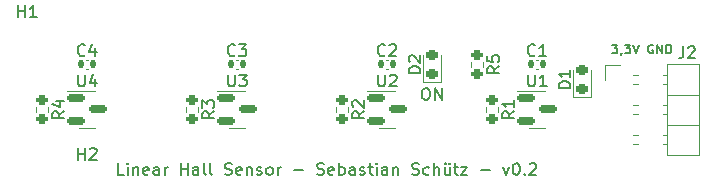
<source format=gbr>
%TF.GenerationSoftware,KiCad,Pcbnew,(6.0.6)*%
%TF.CreationDate,2022-08-04T21:15:32+02:00*%
%TF.ProjectId,Linearsensor,4c696e65-6172-4736-956e-736f722e6b69,rev?*%
%TF.SameCoordinates,Original*%
%TF.FileFunction,Legend,Top*%
%TF.FilePolarity,Positive*%
%FSLAX46Y46*%
G04 Gerber Fmt 4.6, Leading zero omitted, Abs format (unit mm)*
G04 Created by KiCad (PCBNEW (6.0.6)) date 2022-08-04 21:15:32*
%MOMM*%
%LPD*%
G01*
G04 APERTURE LIST*
G04 Aperture macros list*
%AMRoundRect*
0 Rectangle with rounded corners*
0 $1 Rounding radius*
0 $2 $3 $4 $5 $6 $7 $8 $9 X,Y pos of 4 corners*
0 Add a 4 corners polygon primitive as box body*
4,1,4,$2,$3,$4,$5,$6,$7,$8,$9,$2,$3,0*
0 Add four circle primitives for the rounded corners*
1,1,$1+$1,$2,$3*
1,1,$1+$1,$4,$5*
1,1,$1+$1,$6,$7*
1,1,$1+$1,$8,$9*
0 Add four rect primitives between the rounded corners*
20,1,$1+$1,$2,$3,$4,$5,0*
20,1,$1+$1,$4,$5,$6,$7,0*
20,1,$1+$1,$6,$7,$8,$9,0*
20,1,$1+$1,$8,$9,$2,$3,0*%
G04 Aperture macros list end*
%ADD10C,0.150000*%
%ADD11C,0.120000*%
%ADD12RoundRect,0.200000X-0.275000X0.200000X-0.275000X-0.200000X0.275000X-0.200000X0.275000X0.200000X0*%
%ADD13RoundRect,0.218750X0.256250X-0.218750X0.256250X0.218750X-0.256250X0.218750X-0.256250X-0.218750X0*%
%ADD14RoundRect,0.150000X-0.587500X-0.150000X0.587500X-0.150000X0.587500X0.150000X-0.587500X0.150000X0*%
%ADD15RoundRect,0.140000X-0.140000X-0.170000X0.140000X-0.170000X0.140000X0.170000X-0.140000X0.170000X0*%
%ADD16C,2.100000*%
%ADD17R,1.700000X1.700000*%
%ADD18O,1.700000X1.700000*%
%ADD19C,0.800000*%
G04 APERTURE END LIST*
D10*
X145345714Y-108402380D02*
X144869523Y-108402380D01*
X144869523Y-107402380D01*
X145679047Y-108402380D02*
X145679047Y-107735714D01*
X145679047Y-107402380D02*
X145631428Y-107450000D01*
X145679047Y-107497619D01*
X145726666Y-107450000D01*
X145679047Y-107402380D01*
X145679047Y-107497619D01*
X146155238Y-107735714D02*
X146155238Y-108402380D01*
X146155238Y-107830952D02*
X146202857Y-107783333D01*
X146298095Y-107735714D01*
X146440952Y-107735714D01*
X146536190Y-107783333D01*
X146583809Y-107878571D01*
X146583809Y-108402380D01*
X147440952Y-108354761D02*
X147345714Y-108402380D01*
X147155238Y-108402380D01*
X147060000Y-108354761D01*
X147012380Y-108259523D01*
X147012380Y-107878571D01*
X147060000Y-107783333D01*
X147155238Y-107735714D01*
X147345714Y-107735714D01*
X147440952Y-107783333D01*
X147488571Y-107878571D01*
X147488571Y-107973809D01*
X147012380Y-108069047D01*
X148345714Y-108402380D02*
X148345714Y-107878571D01*
X148298095Y-107783333D01*
X148202857Y-107735714D01*
X148012380Y-107735714D01*
X147917142Y-107783333D01*
X148345714Y-108354761D02*
X148250476Y-108402380D01*
X148012380Y-108402380D01*
X147917142Y-108354761D01*
X147869523Y-108259523D01*
X147869523Y-108164285D01*
X147917142Y-108069047D01*
X148012380Y-108021428D01*
X148250476Y-108021428D01*
X148345714Y-107973809D01*
X148821904Y-108402380D02*
X148821904Y-107735714D01*
X148821904Y-107926190D02*
X148869523Y-107830952D01*
X148917142Y-107783333D01*
X149012380Y-107735714D01*
X149107619Y-107735714D01*
X150202857Y-108402380D02*
X150202857Y-107402380D01*
X150202857Y-107878571D02*
X150774285Y-107878571D01*
X150774285Y-108402380D02*
X150774285Y-107402380D01*
X151679047Y-108402380D02*
X151679047Y-107878571D01*
X151631428Y-107783333D01*
X151536190Y-107735714D01*
X151345714Y-107735714D01*
X151250476Y-107783333D01*
X151679047Y-108354761D02*
X151583809Y-108402380D01*
X151345714Y-108402380D01*
X151250476Y-108354761D01*
X151202857Y-108259523D01*
X151202857Y-108164285D01*
X151250476Y-108069047D01*
X151345714Y-108021428D01*
X151583809Y-108021428D01*
X151679047Y-107973809D01*
X152298095Y-108402380D02*
X152202857Y-108354761D01*
X152155238Y-108259523D01*
X152155238Y-107402380D01*
X152821904Y-108402380D02*
X152726666Y-108354761D01*
X152679047Y-108259523D01*
X152679047Y-107402380D01*
X153917142Y-108354761D02*
X154060000Y-108402380D01*
X154298095Y-108402380D01*
X154393333Y-108354761D01*
X154440952Y-108307142D01*
X154488571Y-108211904D01*
X154488571Y-108116666D01*
X154440952Y-108021428D01*
X154393333Y-107973809D01*
X154298095Y-107926190D01*
X154107619Y-107878571D01*
X154012380Y-107830952D01*
X153964761Y-107783333D01*
X153917142Y-107688095D01*
X153917142Y-107592857D01*
X153964761Y-107497619D01*
X154012380Y-107450000D01*
X154107619Y-107402380D01*
X154345714Y-107402380D01*
X154488571Y-107450000D01*
X155298095Y-108354761D02*
X155202857Y-108402380D01*
X155012380Y-108402380D01*
X154917142Y-108354761D01*
X154869523Y-108259523D01*
X154869523Y-107878571D01*
X154917142Y-107783333D01*
X155012380Y-107735714D01*
X155202857Y-107735714D01*
X155298095Y-107783333D01*
X155345714Y-107878571D01*
X155345714Y-107973809D01*
X154869523Y-108069047D01*
X155774285Y-107735714D02*
X155774285Y-108402380D01*
X155774285Y-107830952D02*
X155821904Y-107783333D01*
X155917142Y-107735714D01*
X156060000Y-107735714D01*
X156155238Y-107783333D01*
X156202857Y-107878571D01*
X156202857Y-108402380D01*
X156631428Y-108354761D02*
X156726666Y-108402380D01*
X156917142Y-108402380D01*
X157012380Y-108354761D01*
X157060000Y-108259523D01*
X157060000Y-108211904D01*
X157012380Y-108116666D01*
X156917142Y-108069047D01*
X156774285Y-108069047D01*
X156679047Y-108021428D01*
X156631428Y-107926190D01*
X156631428Y-107878571D01*
X156679047Y-107783333D01*
X156774285Y-107735714D01*
X156917142Y-107735714D01*
X157012380Y-107783333D01*
X157631428Y-108402380D02*
X157536190Y-108354761D01*
X157488571Y-108307142D01*
X157440952Y-108211904D01*
X157440952Y-107926190D01*
X157488571Y-107830952D01*
X157536190Y-107783333D01*
X157631428Y-107735714D01*
X157774285Y-107735714D01*
X157869523Y-107783333D01*
X157917142Y-107830952D01*
X157964761Y-107926190D01*
X157964761Y-108211904D01*
X157917142Y-108307142D01*
X157869523Y-108354761D01*
X157774285Y-108402380D01*
X157631428Y-108402380D01*
X158393333Y-108402380D02*
X158393333Y-107735714D01*
X158393333Y-107926190D02*
X158440952Y-107830952D01*
X158488571Y-107783333D01*
X158583809Y-107735714D01*
X158679047Y-107735714D01*
X159774285Y-108021428D02*
X160536190Y-108021428D01*
X161726666Y-108354761D02*
X161869523Y-108402380D01*
X162107619Y-108402380D01*
X162202857Y-108354761D01*
X162250476Y-108307142D01*
X162298095Y-108211904D01*
X162298095Y-108116666D01*
X162250476Y-108021428D01*
X162202857Y-107973809D01*
X162107619Y-107926190D01*
X161917142Y-107878571D01*
X161821904Y-107830952D01*
X161774285Y-107783333D01*
X161726666Y-107688095D01*
X161726666Y-107592857D01*
X161774285Y-107497619D01*
X161821904Y-107450000D01*
X161917142Y-107402380D01*
X162155238Y-107402380D01*
X162298095Y-107450000D01*
X163107619Y-108354761D02*
X163012380Y-108402380D01*
X162821904Y-108402380D01*
X162726666Y-108354761D01*
X162679047Y-108259523D01*
X162679047Y-107878571D01*
X162726666Y-107783333D01*
X162821904Y-107735714D01*
X163012380Y-107735714D01*
X163107619Y-107783333D01*
X163155238Y-107878571D01*
X163155238Y-107973809D01*
X162679047Y-108069047D01*
X163583809Y-108402380D02*
X163583809Y-107402380D01*
X163583809Y-107783333D02*
X163679047Y-107735714D01*
X163869523Y-107735714D01*
X163964761Y-107783333D01*
X164012380Y-107830952D01*
X164060000Y-107926190D01*
X164060000Y-108211904D01*
X164012380Y-108307142D01*
X163964761Y-108354761D01*
X163869523Y-108402380D01*
X163679047Y-108402380D01*
X163583809Y-108354761D01*
X164917142Y-108402380D02*
X164917142Y-107878571D01*
X164869523Y-107783333D01*
X164774285Y-107735714D01*
X164583809Y-107735714D01*
X164488571Y-107783333D01*
X164917142Y-108354761D02*
X164821904Y-108402380D01*
X164583809Y-108402380D01*
X164488571Y-108354761D01*
X164440952Y-108259523D01*
X164440952Y-108164285D01*
X164488571Y-108069047D01*
X164583809Y-108021428D01*
X164821904Y-108021428D01*
X164917142Y-107973809D01*
X165345714Y-108354761D02*
X165440952Y-108402380D01*
X165631428Y-108402380D01*
X165726666Y-108354761D01*
X165774285Y-108259523D01*
X165774285Y-108211904D01*
X165726666Y-108116666D01*
X165631428Y-108069047D01*
X165488571Y-108069047D01*
X165393333Y-108021428D01*
X165345714Y-107926190D01*
X165345714Y-107878571D01*
X165393333Y-107783333D01*
X165488571Y-107735714D01*
X165631428Y-107735714D01*
X165726666Y-107783333D01*
X166060000Y-107735714D02*
X166440952Y-107735714D01*
X166202857Y-107402380D02*
X166202857Y-108259523D01*
X166250476Y-108354761D01*
X166345714Y-108402380D01*
X166440952Y-108402380D01*
X166774285Y-108402380D02*
X166774285Y-107735714D01*
X166774285Y-107402380D02*
X166726666Y-107450000D01*
X166774285Y-107497619D01*
X166821904Y-107450000D01*
X166774285Y-107402380D01*
X166774285Y-107497619D01*
X167679047Y-108402380D02*
X167679047Y-107878571D01*
X167631428Y-107783333D01*
X167536190Y-107735714D01*
X167345714Y-107735714D01*
X167250476Y-107783333D01*
X167679047Y-108354761D02*
X167583809Y-108402380D01*
X167345714Y-108402380D01*
X167250476Y-108354761D01*
X167202857Y-108259523D01*
X167202857Y-108164285D01*
X167250476Y-108069047D01*
X167345714Y-108021428D01*
X167583809Y-108021428D01*
X167679047Y-107973809D01*
X168155238Y-107735714D02*
X168155238Y-108402380D01*
X168155238Y-107830952D02*
X168202857Y-107783333D01*
X168298095Y-107735714D01*
X168440952Y-107735714D01*
X168536190Y-107783333D01*
X168583809Y-107878571D01*
X168583809Y-108402380D01*
X169774285Y-108354761D02*
X169917142Y-108402380D01*
X170155238Y-108402380D01*
X170250476Y-108354761D01*
X170298095Y-108307142D01*
X170345714Y-108211904D01*
X170345714Y-108116666D01*
X170298095Y-108021428D01*
X170250476Y-107973809D01*
X170155238Y-107926190D01*
X169964761Y-107878571D01*
X169869523Y-107830952D01*
X169821904Y-107783333D01*
X169774285Y-107688095D01*
X169774285Y-107592857D01*
X169821904Y-107497619D01*
X169869523Y-107450000D01*
X169964761Y-107402380D01*
X170202857Y-107402380D01*
X170345714Y-107450000D01*
X171202857Y-108354761D02*
X171107619Y-108402380D01*
X170917142Y-108402380D01*
X170821904Y-108354761D01*
X170774285Y-108307142D01*
X170726666Y-108211904D01*
X170726666Y-107926190D01*
X170774285Y-107830952D01*
X170821904Y-107783333D01*
X170917142Y-107735714D01*
X171107619Y-107735714D01*
X171202857Y-107783333D01*
X171631428Y-108402380D02*
X171631428Y-107402380D01*
X172060000Y-108402380D02*
X172060000Y-107878571D01*
X172012380Y-107783333D01*
X171917142Y-107735714D01*
X171774285Y-107735714D01*
X171679047Y-107783333D01*
X171631428Y-107830952D01*
X172964761Y-107735714D02*
X172964761Y-108402380D01*
X172536190Y-107735714D02*
X172536190Y-108259523D01*
X172583809Y-108354761D01*
X172679047Y-108402380D01*
X172821904Y-108402380D01*
X172917142Y-108354761D01*
X172964761Y-108307142D01*
X172583809Y-107402380D02*
X172631428Y-107450000D01*
X172583809Y-107497619D01*
X172536190Y-107450000D01*
X172583809Y-107402380D01*
X172583809Y-107497619D01*
X172964761Y-107402380D02*
X173012380Y-107450000D01*
X172964761Y-107497619D01*
X172917142Y-107450000D01*
X172964761Y-107402380D01*
X172964761Y-107497619D01*
X173298095Y-107735714D02*
X173679047Y-107735714D01*
X173440952Y-107402380D02*
X173440952Y-108259523D01*
X173488571Y-108354761D01*
X173583809Y-108402380D01*
X173679047Y-108402380D01*
X173917142Y-107735714D02*
X174440952Y-107735714D01*
X173917142Y-108402380D01*
X174440952Y-108402380D01*
X175583809Y-108021428D02*
X176345714Y-108021428D01*
X177488571Y-107735714D02*
X177726666Y-108402380D01*
X177964761Y-107735714D01*
X178536190Y-107402380D02*
X178631428Y-107402380D01*
X178726666Y-107450000D01*
X178774285Y-107497619D01*
X178821904Y-107592857D01*
X178869523Y-107783333D01*
X178869523Y-108021428D01*
X178821904Y-108211904D01*
X178774285Y-108307142D01*
X178726666Y-108354761D01*
X178631428Y-108402380D01*
X178536190Y-108402380D01*
X178440952Y-108354761D01*
X178393333Y-108307142D01*
X178345714Y-108211904D01*
X178298095Y-108021428D01*
X178298095Y-107783333D01*
X178345714Y-107592857D01*
X178393333Y-107497619D01*
X178440952Y-107450000D01*
X178536190Y-107402380D01*
X179298095Y-108307142D02*
X179345714Y-108354761D01*
X179298095Y-108402380D01*
X179250476Y-108354761D01*
X179298095Y-108307142D01*
X179298095Y-108402380D01*
X179726666Y-107497619D02*
X179774285Y-107450000D01*
X179869523Y-107402380D01*
X180107619Y-107402380D01*
X180202857Y-107450000D01*
X180250476Y-107497619D01*
X180298095Y-107592857D01*
X180298095Y-107688095D01*
X180250476Y-107830952D01*
X179679047Y-108402380D01*
X180298095Y-108402380D01*
X186694285Y-97379285D02*
X187158571Y-97379285D01*
X186908571Y-97665000D01*
X187015714Y-97665000D01*
X187087142Y-97700714D01*
X187122857Y-97736428D01*
X187158571Y-97807857D01*
X187158571Y-97986428D01*
X187122857Y-98057857D01*
X187087142Y-98093571D01*
X187015714Y-98129285D01*
X186801428Y-98129285D01*
X186730000Y-98093571D01*
X186694285Y-98057857D01*
X187515714Y-98093571D02*
X187515714Y-98129285D01*
X187480000Y-98200714D01*
X187444285Y-98236428D01*
X187765714Y-97379285D02*
X188230000Y-97379285D01*
X187980000Y-97665000D01*
X188087142Y-97665000D01*
X188158571Y-97700714D01*
X188194285Y-97736428D01*
X188230000Y-97807857D01*
X188230000Y-97986428D01*
X188194285Y-98057857D01*
X188158571Y-98093571D01*
X188087142Y-98129285D01*
X187872857Y-98129285D01*
X187801428Y-98093571D01*
X187765714Y-98057857D01*
X188444285Y-97379285D02*
X188694285Y-98129285D01*
X188944285Y-97379285D01*
X190158571Y-97415000D02*
X190087142Y-97379285D01*
X189980000Y-97379285D01*
X189872857Y-97415000D01*
X189801428Y-97486428D01*
X189765714Y-97557857D01*
X189730000Y-97700714D01*
X189730000Y-97807857D01*
X189765714Y-97950714D01*
X189801428Y-98022142D01*
X189872857Y-98093571D01*
X189980000Y-98129285D01*
X190051428Y-98129285D01*
X190158571Y-98093571D01*
X190194285Y-98057857D01*
X190194285Y-97807857D01*
X190051428Y-97807857D01*
X190515714Y-98129285D02*
X190515714Y-97379285D01*
X190944285Y-98129285D01*
X190944285Y-97379285D01*
X191301428Y-98129285D02*
X191301428Y-97379285D01*
X191480000Y-97379285D01*
X191587142Y-97415000D01*
X191658571Y-97486428D01*
X191694285Y-97557857D01*
X191730000Y-97700714D01*
X191730000Y-97807857D01*
X191694285Y-97950714D01*
X191658571Y-98022142D01*
X191587142Y-98093571D01*
X191480000Y-98129285D01*
X191301428Y-98129285D01*
X170830952Y-101052380D02*
X171021428Y-101052380D01*
X171116666Y-101100000D01*
X171211904Y-101195238D01*
X171259523Y-101385714D01*
X171259523Y-101719047D01*
X171211904Y-101909523D01*
X171116666Y-102004761D01*
X171021428Y-102052380D01*
X170830952Y-102052380D01*
X170735714Y-102004761D01*
X170640476Y-101909523D01*
X170592857Y-101719047D01*
X170592857Y-101385714D01*
X170640476Y-101195238D01*
X170735714Y-101100000D01*
X170830952Y-101052380D01*
X171688095Y-102052380D02*
X171688095Y-101052380D01*
X172259523Y-102052380D01*
X172259523Y-101052380D01*
%TO.C,R2*%
X165712380Y-103036666D02*
X165236190Y-103370000D01*
X165712380Y-103608095D02*
X164712380Y-103608095D01*
X164712380Y-103227142D01*
X164760000Y-103131904D01*
X164807619Y-103084285D01*
X164902857Y-103036666D01*
X165045714Y-103036666D01*
X165140952Y-103084285D01*
X165188571Y-103131904D01*
X165236190Y-103227142D01*
X165236190Y-103608095D01*
X164807619Y-102655714D02*
X164760000Y-102608095D01*
X164712380Y-102512857D01*
X164712380Y-102274761D01*
X164760000Y-102179523D01*
X164807619Y-102131904D01*
X164902857Y-102084285D01*
X164998095Y-102084285D01*
X165140952Y-102131904D01*
X165712380Y-102703333D01*
X165712380Y-102084285D01*
%TO.C,D1*%
X183172380Y-101068095D02*
X182172380Y-101068095D01*
X182172380Y-100830000D01*
X182220000Y-100687142D01*
X182315238Y-100591904D01*
X182410476Y-100544285D01*
X182600952Y-100496666D01*
X182743809Y-100496666D01*
X182934285Y-100544285D01*
X183029523Y-100591904D01*
X183124761Y-100687142D01*
X183172380Y-100830000D01*
X183172380Y-101068095D01*
X183172380Y-99544285D02*
X183172380Y-100115714D01*
X183172380Y-99830000D02*
X182172380Y-99830000D01*
X182315238Y-99925238D01*
X182410476Y-100020476D01*
X182458095Y-100115714D01*
%TO.C,R4*%
X140312380Y-103036666D02*
X139836190Y-103370000D01*
X140312380Y-103608095D02*
X139312380Y-103608095D01*
X139312380Y-103227142D01*
X139360000Y-103131904D01*
X139407619Y-103084285D01*
X139502857Y-103036666D01*
X139645714Y-103036666D01*
X139740952Y-103084285D01*
X139788571Y-103131904D01*
X139836190Y-103227142D01*
X139836190Y-103608095D01*
X139645714Y-102179523D02*
X140312380Y-102179523D01*
X139264761Y-102417619D02*
X139979047Y-102655714D01*
X139979047Y-102036666D01*
%TO.C,R5*%
X177142380Y-99226666D02*
X176666190Y-99560000D01*
X177142380Y-99798095D02*
X176142380Y-99798095D01*
X176142380Y-99417142D01*
X176190000Y-99321904D01*
X176237619Y-99274285D01*
X176332857Y-99226666D01*
X176475714Y-99226666D01*
X176570952Y-99274285D01*
X176618571Y-99321904D01*
X176666190Y-99417142D01*
X176666190Y-99798095D01*
X176142380Y-98321904D02*
X176142380Y-98798095D01*
X176618571Y-98845714D01*
X176570952Y-98798095D01*
X176523333Y-98702857D01*
X176523333Y-98464761D01*
X176570952Y-98369523D01*
X176618571Y-98321904D01*
X176713809Y-98274285D01*
X176951904Y-98274285D01*
X177047142Y-98321904D01*
X177094761Y-98369523D01*
X177142380Y-98464761D01*
X177142380Y-98702857D01*
X177094761Y-98798095D01*
X177047142Y-98845714D01*
%TO.C,U3*%
X154178095Y-99922380D02*
X154178095Y-100731904D01*
X154225714Y-100827142D01*
X154273333Y-100874761D01*
X154368571Y-100922380D01*
X154559047Y-100922380D01*
X154654285Y-100874761D01*
X154701904Y-100827142D01*
X154749523Y-100731904D01*
X154749523Y-99922380D01*
X155130476Y-99922380D02*
X155749523Y-99922380D01*
X155416190Y-100303333D01*
X155559047Y-100303333D01*
X155654285Y-100350952D01*
X155701904Y-100398571D01*
X155749523Y-100493809D01*
X155749523Y-100731904D01*
X155701904Y-100827142D01*
X155654285Y-100874761D01*
X155559047Y-100922380D01*
X155273333Y-100922380D01*
X155178095Y-100874761D01*
X155130476Y-100827142D01*
%TO.C,C3*%
X154773333Y-98257142D02*
X154725714Y-98304761D01*
X154582857Y-98352380D01*
X154487619Y-98352380D01*
X154344761Y-98304761D01*
X154249523Y-98209523D01*
X154201904Y-98114285D01*
X154154285Y-97923809D01*
X154154285Y-97780952D01*
X154201904Y-97590476D01*
X154249523Y-97495238D01*
X154344761Y-97400000D01*
X154487619Y-97352380D01*
X154582857Y-97352380D01*
X154725714Y-97400000D01*
X154773333Y-97447619D01*
X155106666Y-97352380D02*
X155725714Y-97352380D01*
X155392380Y-97733333D01*
X155535238Y-97733333D01*
X155630476Y-97780952D01*
X155678095Y-97828571D01*
X155725714Y-97923809D01*
X155725714Y-98161904D01*
X155678095Y-98257142D01*
X155630476Y-98304761D01*
X155535238Y-98352380D01*
X155249523Y-98352380D01*
X155154285Y-98304761D01*
X155106666Y-98257142D01*
%TO.C,R1*%
X178412380Y-103036666D02*
X177936190Y-103370000D01*
X178412380Y-103608095D02*
X177412380Y-103608095D01*
X177412380Y-103227142D01*
X177460000Y-103131904D01*
X177507619Y-103084285D01*
X177602857Y-103036666D01*
X177745714Y-103036666D01*
X177840952Y-103084285D01*
X177888571Y-103131904D01*
X177936190Y-103227142D01*
X177936190Y-103608095D01*
X178412380Y-102084285D02*
X178412380Y-102655714D01*
X178412380Y-102370000D02*
X177412380Y-102370000D01*
X177555238Y-102465238D01*
X177650476Y-102560476D01*
X177698095Y-102655714D01*
%TO.C,H2*%
X141478095Y-107132380D02*
X141478095Y-106132380D01*
X141478095Y-106608571D02*
X142049523Y-106608571D01*
X142049523Y-107132380D02*
X142049523Y-106132380D01*
X142478095Y-106227619D02*
X142525714Y-106180000D01*
X142620952Y-106132380D01*
X142859047Y-106132380D01*
X142954285Y-106180000D01*
X143001904Y-106227619D01*
X143049523Y-106322857D01*
X143049523Y-106418095D01*
X143001904Y-106560952D01*
X142430476Y-107132380D01*
X143049523Y-107132380D01*
%TO.C,H1*%
X136398095Y-95042380D02*
X136398095Y-94042380D01*
X136398095Y-94518571D02*
X136969523Y-94518571D01*
X136969523Y-95042380D02*
X136969523Y-94042380D01*
X137969523Y-95042380D02*
X137398095Y-95042380D01*
X137683809Y-95042380D02*
X137683809Y-94042380D01*
X137588571Y-94185238D01*
X137493333Y-94280476D01*
X137398095Y-94328095D01*
%TO.C,U4*%
X141478095Y-99922380D02*
X141478095Y-100731904D01*
X141525714Y-100827142D01*
X141573333Y-100874761D01*
X141668571Y-100922380D01*
X141859047Y-100922380D01*
X141954285Y-100874761D01*
X142001904Y-100827142D01*
X142049523Y-100731904D01*
X142049523Y-99922380D01*
X142954285Y-100255714D02*
X142954285Y-100922380D01*
X142716190Y-99874761D02*
X142478095Y-100589047D01*
X143097142Y-100589047D01*
%TO.C,J2*%
X192711666Y-97527380D02*
X192711666Y-98241666D01*
X192664047Y-98384523D01*
X192568809Y-98479761D01*
X192425952Y-98527380D01*
X192330714Y-98527380D01*
X193140238Y-97622619D02*
X193187857Y-97575000D01*
X193283095Y-97527380D01*
X193521190Y-97527380D01*
X193616428Y-97575000D01*
X193664047Y-97622619D01*
X193711666Y-97717857D01*
X193711666Y-97813095D01*
X193664047Y-97955952D01*
X193092619Y-98527380D01*
X193711666Y-98527380D01*
%TO.C,R3*%
X153012380Y-103036666D02*
X152536190Y-103370000D01*
X153012380Y-103608095D02*
X152012380Y-103608095D01*
X152012380Y-103227142D01*
X152060000Y-103131904D01*
X152107619Y-103084285D01*
X152202857Y-103036666D01*
X152345714Y-103036666D01*
X152440952Y-103084285D01*
X152488571Y-103131904D01*
X152536190Y-103227142D01*
X152536190Y-103608095D01*
X152012380Y-102703333D02*
X152012380Y-102084285D01*
X152393333Y-102417619D01*
X152393333Y-102274761D01*
X152440952Y-102179523D01*
X152488571Y-102131904D01*
X152583809Y-102084285D01*
X152821904Y-102084285D01*
X152917142Y-102131904D01*
X152964761Y-102179523D01*
X153012380Y-102274761D01*
X153012380Y-102560476D01*
X152964761Y-102655714D01*
X152917142Y-102703333D01*
%TO.C,D2*%
X170472380Y-99798095D02*
X169472380Y-99798095D01*
X169472380Y-99560000D01*
X169520000Y-99417142D01*
X169615238Y-99321904D01*
X169710476Y-99274285D01*
X169900952Y-99226666D01*
X170043809Y-99226666D01*
X170234285Y-99274285D01*
X170329523Y-99321904D01*
X170424761Y-99417142D01*
X170472380Y-99560000D01*
X170472380Y-99798095D01*
X169567619Y-98845714D02*
X169520000Y-98798095D01*
X169472380Y-98702857D01*
X169472380Y-98464761D01*
X169520000Y-98369523D01*
X169567619Y-98321904D01*
X169662857Y-98274285D01*
X169758095Y-98274285D01*
X169900952Y-98321904D01*
X170472380Y-98893333D01*
X170472380Y-98274285D01*
%TO.C,C1*%
X180173333Y-98257142D02*
X180125714Y-98304761D01*
X179982857Y-98352380D01*
X179887619Y-98352380D01*
X179744761Y-98304761D01*
X179649523Y-98209523D01*
X179601904Y-98114285D01*
X179554285Y-97923809D01*
X179554285Y-97780952D01*
X179601904Y-97590476D01*
X179649523Y-97495238D01*
X179744761Y-97400000D01*
X179887619Y-97352380D01*
X179982857Y-97352380D01*
X180125714Y-97400000D01*
X180173333Y-97447619D01*
X181125714Y-98352380D02*
X180554285Y-98352380D01*
X180840000Y-98352380D02*
X180840000Y-97352380D01*
X180744761Y-97495238D01*
X180649523Y-97590476D01*
X180554285Y-97638095D01*
%TO.C,U2*%
X166878095Y-99922380D02*
X166878095Y-100731904D01*
X166925714Y-100827142D01*
X166973333Y-100874761D01*
X167068571Y-100922380D01*
X167259047Y-100922380D01*
X167354285Y-100874761D01*
X167401904Y-100827142D01*
X167449523Y-100731904D01*
X167449523Y-99922380D01*
X167878095Y-100017619D02*
X167925714Y-99970000D01*
X168020952Y-99922380D01*
X168259047Y-99922380D01*
X168354285Y-99970000D01*
X168401904Y-100017619D01*
X168449523Y-100112857D01*
X168449523Y-100208095D01*
X168401904Y-100350952D01*
X167830476Y-100922380D01*
X168449523Y-100922380D01*
%TO.C,U1*%
X179578095Y-99922380D02*
X179578095Y-100731904D01*
X179625714Y-100827142D01*
X179673333Y-100874761D01*
X179768571Y-100922380D01*
X179959047Y-100922380D01*
X180054285Y-100874761D01*
X180101904Y-100827142D01*
X180149523Y-100731904D01*
X180149523Y-99922380D01*
X181149523Y-100922380D02*
X180578095Y-100922380D01*
X180863809Y-100922380D02*
X180863809Y-99922380D01*
X180768571Y-100065238D01*
X180673333Y-100160476D01*
X180578095Y-100208095D01*
%TO.C,C2*%
X167473333Y-98257142D02*
X167425714Y-98304761D01*
X167282857Y-98352380D01*
X167187619Y-98352380D01*
X167044761Y-98304761D01*
X166949523Y-98209523D01*
X166901904Y-98114285D01*
X166854285Y-97923809D01*
X166854285Y-97780952D01*
X166901904Y-97590476D01*
X166949523Y-97495238D01*
X167044761Y-97400000D01*
X167187619Y-97352380D01*
X167282857Y-97352380D01*
X167425714Y-97400000D01*
X167473333Y-97447619D01*
X167854285Y-97447619D02*
X167901904Y-97400000D01*
X167997142Y-97352380D01*
X168235238Y-97352380D01*
X168330476Y-97400000D01*
X168378095Y-97447619D01*
X168425714Y-97542857D01*
X168425714Y-97638095D01*
X168378095Y-97780952D01*
X167806666Y-98352380D01*
X168425714Y-98352380D01*
%TO.C,C4*%
X142073333Y-98257142D02*
X142025714Y-98304761D01*
X141882857Y-98352380D01*
X141787619Y-98352380D01*
X141644761Y-98304761D01*
X141549523Y-98209523D01*
X141501904Y-98114285D01*
X141454285Y-97923809D01*
X141454285Y-97780952D01*
X141501904Y-97590476D01*
X141549523Y-97495238D01*
X141644761Y-97400000D01*
X141787619Y-97352380D01*
X141882857Y-97352380D01*
X142025714Y-97400000D01*
X142073333Y-97447619D01*
X142930476Y-97685714D02*
X142930476Y-98352380D01*
X142692380Y-97304761D02*
X142454285Y-98019047D01*
X143073333Y-98019047D01*
D11*
%TO.C,R2*%
X163307500Y-102632742D02*
X163307500Y-103107258D01*
X164352500Y-102632742D02*
X164352500Y-103107258D01*
%TO.C,D1*%
X183415000Y-101815000D02*
X184885000Y-101815000D01*
X184885000Y-101815000D02*
X184885000Y-99530000D01*
X183415000Y-99530000D02*
X183415000Y-101815000D01*
%TO.C,R4*%
X138952500Y-102632742D02*
X138952500Y-103107258D01*
X137907500Y-102632742D02*
X137907500Y-103107258D01*
%TO.C,R5*%
X174737500Y-98822742D02*
X174737500Y-99297258D01*
X175782500Y-98822742D02*
X175782500Y-99297258D01*
%TO.C,U3*%
X154940000Y-101310000D02*
X155590000Y-101310000D01*
X154940000Y-104430000D02*
X154290000Y-104430000D01*
X154940000Y-101310000D02*
X153265000Y-101310000D01*
X154940000Y-104430000D02*
X155590000Y-104430000D01*
%TO.C,C3*%
X154832164Y-98700000D02*
X155047836Y-98700000D01*
X154832164Y-99420000D02*
X155047836Y-99420000D01*
%TO.C,R1*%
X176007500Y-102632742D02*
X176007500Y-103107258D01*
X177052500Y-102632742D02*
X177052500Y-103107258D01*
%TO.C,U4*%
X142240000Y-101310000D02*
X140565000Y-101310000D01*
X142240000Y-101310000D02*
X142890000Y-101310000D01*
X142240000Y-104430000D02*
X142890000Y-104430000D01*
X142240000Y-104430000D02*
X141590000Y-104430000D01*
%TO.C,J2*%
X186120000Y-99075000D02*
X187390000Y-99075000D01*
X188432929Y-105045000D02*
X188887071Y-105045000D01*
X191370000Y-101615000D02*
X194030000Y-101615000D01*
X188500000Y-99965000D02*
X188887071Y-99965000D01*
X186120000Y-100345000D02*
X186120000Y-99075000D01*
X190972929Y-99965000D02*
X191370000Y-99965000D01*
X191370000Y-104155000D02*
X194030000Y-104155000D01*
X190972929Y-105805000D02*
X191370000Y-105805000D01*
X190972929Y-103265000D02*
X191370000Y-103265000D01*
X191370000Y-99015000D02*
X191370000Y-106755000D01*
X190972929Y-102505000D02*
X191370000Y-102505000D01*
X194030000Y-106755000D02*
X194030000Y-99015000D01*
X188432929Y-103265000D02*
X188887071Y-103265000D01*
X194030000Y-99015000D02*
X191370000Y-99015000D01*
X188432929Y-105805000D02*
X188887071Y-105805000D01*
X190972929Y-105045000D02*
X191370000Y-105045000D01*
X191370000Y-106755000D02*
X194030000Y-106755000D01*
X188432929Y-102505000D02*
X188887071Y-102505000D01*
X188500000Y-100725000D02*
X188887071Y-100725000D01*
X190972929Y-100725000D02*
X191370000Y-100725000D01*
%TO.C,R3*%
X150607500Y-102632742D02*
X150607500Y-103107258D01*
X151652500Y-102632742D02*
X151652500Y-103107258D01*
%TO.C,D2*%
X170715000Y-98260000D02*
X170715000Y-100545000D01*
X170715000Y-100545000D02*
X172185000Y-100545000D01*
X172185000Y-100545000D02*
X172185000Y-98260000D01*
%TO.C,C1*%
X180232164Y-99420000D02*
X180447836Y-99420000D01*
X180232164Y-98700000D02*
X180447836Y-98700000D01*
%TO.C,U2*%
X167640000Y-101310000D02*
X168290000Y-101310000D01*
X167640000Y-104430000D02*
X168290000Y-104430000D01*
X167640000Y-104430000D02*
X166990000Y-104430000D01*
X167640000Y-101310000D02*
X165965000Y-101310000D01*
%TO.C,U1*%
X180340000Y-101310000D02*
X180990000Y-101310000D01*
X180340000Y-104430000D02*
X180990000Y-104430000D01*
X180340000Y-101310000D02*
X178665000Y-101310000D01*
X180340000Y-104430000D02*
X179690000Y-104430000D01*
%TO.C,C2*%
X167532164Y-99420000D02*
X167747836Y-99420000D01*
X167532164Y-98700000D02*
X167747836Y-98700000D01*
%TO.C,C4*%
X142132164Y-98700000D02*
X142347836Y-98700000D01*
X142132164Y-99420000D02*
X142347836Y-99420000D01*
%TD*%
%LPC*%
D12*
%TO.C,R2*%
X163830000Y-102045000D03*
X163830000Y-103695000D03*
%TD*%
D13*
%TO.C,D1*%
X184150000Y-101117500D03*
X184150000Y-99542500D03*
%TD*%
D12*
%TO.C,R4*%
X138430000Y-102045000D03*
X138430000Y-103695000D03*
%TD*%
%TO.C,R5*%
X175260000Y-98235000D03*
X175260000Y-99885000D03*
%TD*%
D14*
%TO.C,U3*%
X154002500Y-101920000D03*
X154002500Y-103820000D03*
X155877500Y-102870000D03*
%TD*%
D15*
%TO.C,C3*%
X154460000Y-99060000D03*
X155420000Y-99060000D03*
%TD*%
D12*
%TO.C,R1*%
X176530000Y-102045000D03*
X176530000Y-103695000D03*
%TD*%
D16*
%TO.C,H2*%
X137160000Y-106680000D03*
%TD*%
%TO.C,H1*%
X137160000Y-97790000D03*
%TD*%
D14*
%TO.C,U4*%
X141302500Y-101920000D03*
X141302500Y-103820000D03*
X143177500Y-102870000D03*
%TD*%
D17*
%TO.C,J2*%
X187390000Y-100345000D03*
D18*
X189930000Y-100345000D03*
X187390000Y-102885000D03*
X189930000Y-102885000D03*
X187390000Y-105425000D03*
X189930000Y-105425000D03*
%TD*%
D12*
%TO.C,R3*%
X151130000Y-102045000D03*
X151130000Y-103695000D03*
%TD*%
D13*
%TO.C,D2*%
X171450000Y-99847500D03*
X171450000Y-98272500D03*
%TD*%
D15*
%TO.C,C1*%
X179860000Y-99060000D03*
X180820000Y-99060000D03*
%TD*%
D14*
%TO.C,U2*%
X166702500Y-101920000D03*
X166702500Y-103820000D03*
X168577500Y-102870000D03*
%TD*%
%TO.C,U1*%
X179402500Y-101920000D03*
X179402500Y-103820000D03*
X181277500Y-102870000D03*
%TD*%
D15*
%TO.C,C2*%
X167160000Y-99060000D03*
X168120000Y-99060000D03*
%TD*%
%TO.C,C4*%
X141760000Y-99060000D03*
X142720000Y-99060000D03*
%TD*%
D19*
X182880000Y-102870000D03*
X170180000Y-102870000D03*
X144780000Y-102870000D03*
X157480000Y-102870000D03*
M02*

</source>
